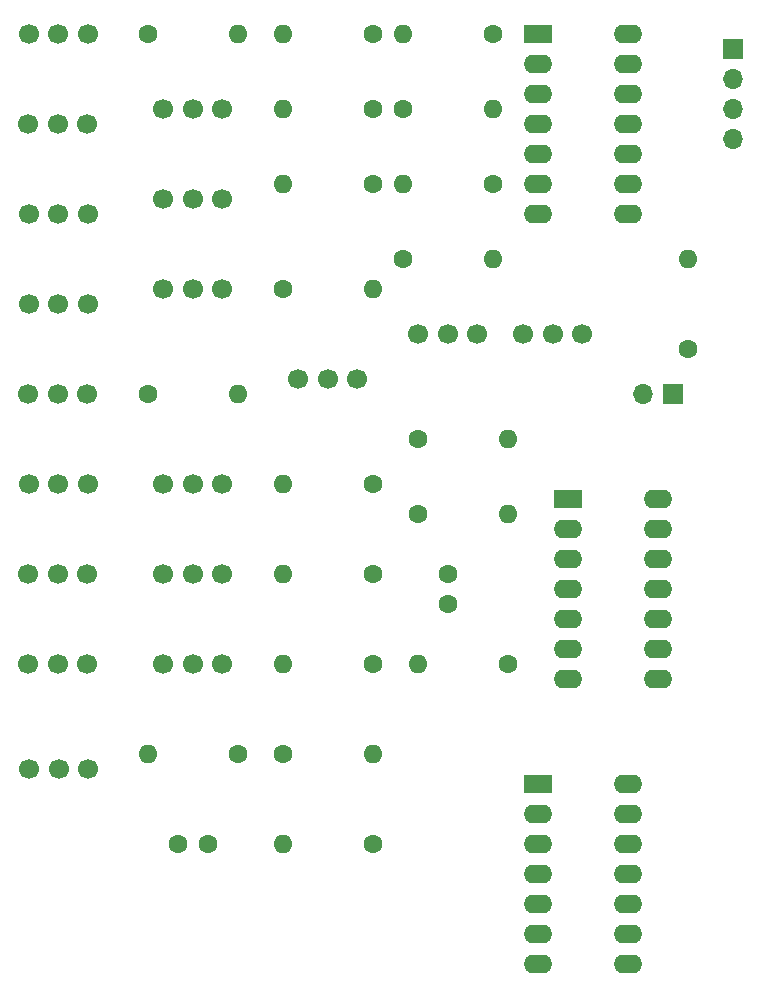
<source format=gbs>
%TF.GenerationSoftware,KiCad,Pcbnew,(5.1.12)-1*%
%TF.CreationDate,2021-11-26T16:42:30-08:00*%
%TF.ProjectId,VCF,5643462e-6b69-4636-9164-5f7063625858,rev?*%
%TF.SameCoordinates,Original*%
%TF.FileFunction,Soldermask,Bot*%
%TF.FilePolarity,Negative*%
%FSLAX46Y46*%
G04 Gerber Fmt 4.6, Leading zero omitted, Abs format (unit mm)*
G04 Created by KiCad (PCBNEW (5.1.12)-1) date 2021-11-26 16:42:30*
%MOMM*%
%LPD*%
G01*
G04 APERTURE LIST*
%ADD10C,1.700000*%
%ADD11O,1.600000X1.600000*%
%ADD12C,1.600000*%
%ADD13O,1.700000X1.700000*%
%ADD14R,1.700000X1.700000*%
%ADD15O,2.400000X1.600000*%
%ADD16R,2.400000X1.600000*%
G04 APERTURE END LIST*
D10*
%TO.C,RV12*%
X65960000Y-74930000D03*
X63460000Y-74930000D03*
X60960000Y-74930000D03*
%TD*%
%TO.C,RV11*%
X66000000Y-44450000D03*
X63500000Y-44450000D03*
X61000000Y-44450000D03*
%TD*%
%TO.C,RV10*%
X77390000Y-97790000D03*
X74890000Y-97790000D03*
X72390000Y-97790000D03*
%TD*%
%TO.C,RV9*%
X77390000Y-90170000D03*
X74890000Y-90170000D03*
X72390000Y-90170000D03*
%TD*%
%TO.C,RV8*%
X77390000Y-82550000D03*
X74890000Y-82550000D03*
X72390000Y-82550000D03*
%TD*%
%TO.C,RV7*%
X66040000Y-106680000D03*
X63540000Y-106680000D03*
X61040000Y-106680000D03*
%TD*%
%TO.C,RV6*%
X107870000Y-69850000D03*
X105370000Y-69850000D03*
X102870000Y-69850000D03*
%TD*%
%TO.C,RV5*%
X98980000Y-69850000D03*
X96480000Y-69850000D03*
X93980000Y-69850000D03*
%TD*%
%TO.C,RV4*%
X77390000Y-66040000D03*
X74890000Y-66040000D03*
X72390000Y-66040000D03*
%TD*%
%TO.C,RV3*%
X77390000Y-58420000D03*
X74890000Y-58420000D03*
X72390000Y-58420000D03*
%TD*%
%TO.C,RV2*%
X77390000Y-50800000D03*
X74890000Y-50800000D03*
X72390000Y-50800000D03*
%TD*%
%TO.C,Fine Tune 1*%
X88820000Y-73660000D03*
X86320000Y-73660000D03*
X83820000Y-73660000D03*
%TD*%
%TO.C,J7*%
X65960000Y-97790000D03*
X63460000Y-97790000D03*
X60960000Y-97790000D03*
%TD*%
%TO.C,J6*%
X65960000Y-90170000D03*
X63460000Y-90170000D03*
X60960000Y-90170000D03*
%TD*%
%TO.C,J5*%
X66000000Y-82550000D03*
X63500000Y-82550000D03*
X61000000Y-82550000D03*
%TD*%
%TO.C,J3*%
X65960000Y-52070000D03*
X63460000Y-52070000D03*
X60960000Y-52070000D03*
%TD*%
%TO.C,J2*%
X66000000Y-59690000D03*
X63500000Y-59690000D03*
X61000000Y-59690000D03*
%TD*%
%TO.C,J1*%
X66000000Y-67310000D03*
X63500000Y-67310000D03*
X61000000Y-67310000D03*
%TD*%
D11*
%TO.C,R20*%
X78740000Y-74930000D03*
D12*
X71120000Y-74930000D03*
%TD*%
D11*
%TO.C,R19*%
X78740000Y-44450000D03*
D12*
X71120000Y-44450000D03*
%TD*%
D13*
%TO.C,J8*%
X120650000Y-53340000D03*
X120650000Y-50800000D03*
X120650000Y-48260000D03*
D14*
X120650000Y-45720000D03*
%TD*%
D15*
%TO.C,U2*%
X111760000Y-107950000D03*
X104140000Y-123190000D03*
X111760000Y-110490000D03*
X104140000Y-120650000D03*
X111760000Y-113030000D03*
X104140000Y-118110000D03*
X111760000Y-115570000D03*
X104140000Y-115570000D03*
X111760000Y-118110000D03*
X104140000Y-113030000D03*
X111760000Y-120650000D03*
X104140000Y-110490000D03*
X111760000Y-123190000D03*
D16*
X104140000Y-107950000D03*
%TD*%
D15*
%TO.C,U1*%
X111760000Y-44450000D03*
X104140000Y-59690000D03*
X111760000Y-46990000D03*
X104140000Y-57150000D03*
X111760000Y-49530000D03*
X104140000Y-54610000D03*
X111760000Y-52070000D03*
X104140000Y-52070000D03*
X111760000Y-54610000D03*
X104140000Y-49530000D03*
X111760000Y-57150000D03*
X104140000Y-46990000D03*
X111760000Y-59690000D03*
D16*
X104140000Y-44450000D03*
%TD*%
D11*
%TO.C,R18*%
X90170000Y-105410000D03*
D12*
X82550000Y-105410000D03*
%TD*%
D11*
%TO.C,R17*%
X82550000Y-113030000D03*
D12*
X90170000Y-113030000D03*
%TD*%
D11*
%TO.C,R16*%
X82550000Y-97790000D03*
D12*
X90170000Y-97790000D03*
%TD*%
D11*
%TO.C,R15*%
X82550000Y-90170000D03*
D12*
X90170000Y-90170000D03*
%TD*%
D11*
%TO.C,R14*%
X82550000Y-82550000D03*
D12*
X90170000Y-82550000D03*
%TD*%
D11*
%TO.C,R13*%
X90170000Y-66040000D03*
D12*
X82550000Y-66040000D03*
%TD*%
D11*
%TO.C,R12*%
X116840000Y-63500000D03*
D12*
X116840000Y-71120000D03*
%TD*%
D11*
%TO.C,R11*%
X93980000Y-97790000D03*
D12*
X101600000Y-97790000D03*
%TD*%
D11*
%TO.C,R10*%
X71120000Y-105410000D03*
D12*
X78740000Y-105410000D03*
%TD*%
D11*
%TO.C,R9*%
X100330000Y-50800000D03*
D12*
X92710000Y-50800000D03*
%TD*%
D11*
%TO.C,R8*%
X101600000Y-85090000D03*
D12*
X93980000Y-85090000D03*
%TD*%
D11*
%TO.C,R7*%
X82550000Y-57150000D03*
D12*
X90170000Y-57150000D03*
%TD*%
D11*
%TO.C,R6*%
X82550000Y-50800000D03*
D12*
X90170000Y-50800000D03*
%TD*%
D11*
%TO.C,R5*%
X82550000Y-44450000D03*
D12*
X90170000Y-44450000D03*
%TD*%
D11*
%TO.C,R4*%
X101600000Y-78740000D03*
D12*
X93980000Y-78740000D03*
%TD*%
D11*
%TO.C,R3*%
X92710000Y-44450000D03*
D12*
X100330000Y-44450000D03*
%TD*%
D11*
%TO.C,R2*%
X100330000Y-63500000D03*
D12*
X92710000Y-63500000D03*
%TD*%
D11*
%TO.C,R1*%
X92710000Y-57150000D03*
D12*
X100330000Y-57150000D03*
%TD*%
D15*
%TO.C,Q1*%
X114300000Y-83820000D03*
X106680000Y-99060000D03*
X114300000Y-86360000D03*
X106680000Y-96520000D03*
X114300000Y-88900000D03*
X106680000Y-93980000D03*
X114300000Y-91440000D03*
X106680000Y-91440000D03*
X114300000Y-93980000D03*
X106680000Y-88900000D03*
X114300000Y-96520000D03*
X106680000Y-86360000D03*
X114300000Y-99060000D03*
D16*
X106680000Y-83820000D03*
%TD*%
D13*
%TO.C,J4*%
X113030000Y-74930000D03*
D14*
X115570000Y-74930000D03*
%TD*%
D12*
%TO.C,C2*%
X76160000Y-113030000D03*
X73660000Y-113030000D03*
%TD*%
%TO.C,C1*%
X96520000Y-90210000D03*
X96520000Y-92710000D03*
%TD*%
M02*

</source>
